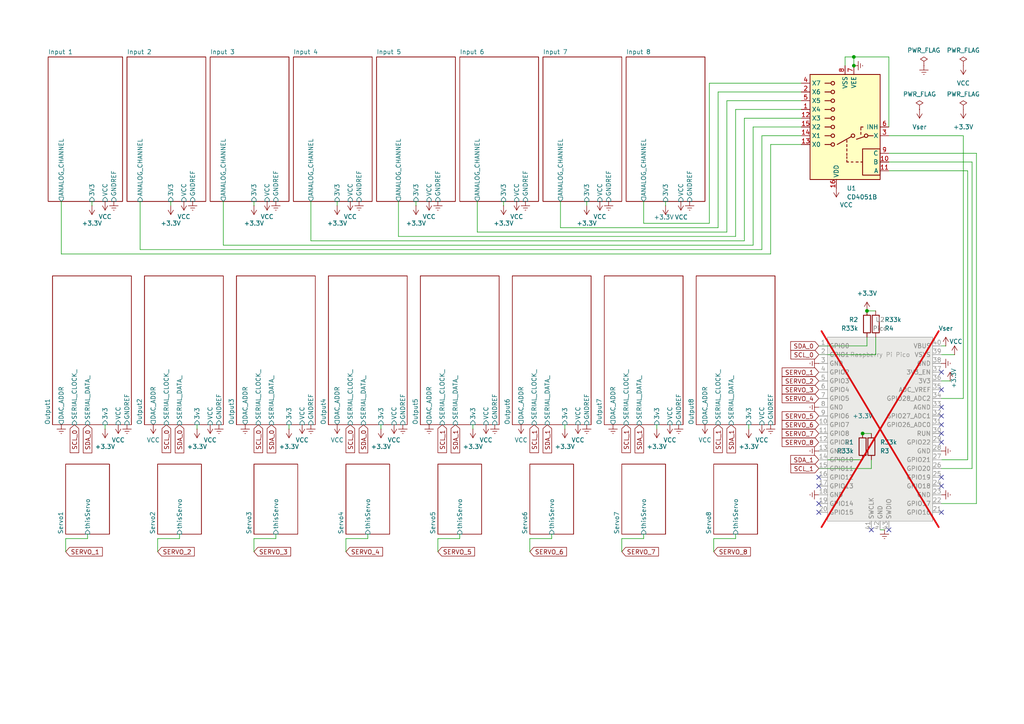
<source format=kicad_sch>
(kicad_sch (version 20250114) (generator "eeschema") (generator_version "9.0")
  (paper "A4")
  (lib_symbols
    (symbol "Analog_Switch:CD4051B"
      (property "Reference" "U" (at -10.16 16.51 0))
      (property "Value" "CD4051B" (at 3.81 16.51 0))
      (symbol "CD4051B_0_1"
        (rectangle (start -10.16 15.24) (end 10.16 -15.24) (stroke (width 0.254)) (fill (type background)))
        (rectangle (start -10.16 6.35) (end -5.08 13.97) (stroke (width 0.254)))
        (polyline (pts (xy -8.128 2.54) (xy -6.604 2.54)) (stroke (width 0.254)))
        (circle (center -6.096 2.54) (radius 0.508) (stroke (width 0.254)))
        (polyline (pts (xy -5.588 2.794) (xy -3.302 3.556)) (stroke (width 0.254)))
        (polyline (pts (xy -4.572 10.16) (xy -5.08 10.16)) (stroke (width 0.254)))
        (polyline (pts (xy -4.572 1.524) (xy -4.572 2.159)) (stroke (width 0.254)))
        (polyline (pts (xy -4.572 0.254) (xy -4.572 0.889)) (stroke (width 0.254)))
        (polyline (pts (xy -4.572 0) (xy -5.207 0)) (stroke (width 0.254)))
        (polyline (pts (xy -3.81 10.16) (xy -3.175 10.16)) (stroke (width 0.254)))
        (circle (center -2.286 2.54) (radius 0.508) (stroke (width 0.254)))
        (polyline (pts (xy -1.778 10.16) (xy -2.286 10.16)) (stroke (width 0.254)))
        (polyline (pts (xy -1.778 2.794) (xy 2.286 5.08)) (stroke (width 0.254)))
        (polyline (pts (xy -0.508 10.16) (xy -1.016 10.16)) (stroke (width 0.254)))
        (polyline (pts (xy -0.508 9.652) (xy -0.508 10.16)) (stroke (width 0.254)))
        (polyline (pts (xy -0.508 8.636) (xy -0.508 9.144)) (stroke (width 0.254)))
        (polyline (pts (xy -0.508 7.62) (xy -0.508 8.255)) (stroke (width 0.254)))
        (polyline (pts (xy -0.508 6.35) (xy -0.508 6.985)) (stroke (width 0.254)))
        (polyline (pts (xy -0.508 5.08) (xy -0.508 5.715)) (stroke (width 0.254)))
        (polyline (pts (xy -0.508 3.81) (xy -0.508 4.445)) (stroke (width 0.254)))
        (circle (center 3.556 5.08) (radius 0.508) (stroke (width 0.254)))
        (circle (center 3.556 2.54) (radius 0.508) (stroke (width 0.254)))
        (circle (center 3.556 0) (radius 0.508) (stroke (width 0.254)))
        (circle (center 3.556 -2.54) (radius 0.508) (stroke (width 0.254)))
        (circle (center 3.556 -5.08) (radius 0.508) (stroke (width 0.254)))
        (circle (center 3.556 -7.62) (radius 0.508) (stroke (width 0.254)))
        (circle (center 3.556 -10.16) (radius 0.508) (stroke (width 0.254)))
        (circle (center 3.556 -12.7) (radius 0.508) (stroke (width 0.254)))
        (polyline (pts (xy 4.064 5.08) (xy 5.842 5.08)) (stroke (width 0.254)))
        (polyline (pts (xy 4.064 2.54) (xy 5.842 2.54)) (stroke (width 0.254)))
        (polyline (pts (xy 4.064 0) (xy 5.842 0)) (stroke (width 0.254)))
        (polyline (pts (xy 4.064 -2.54) (xy 5.842 -2.54)) (stroke (width 0.254)))
        (polyline (pts (xy 4.064 -5.08) (xy 5.842 -5.08)) (stroke (width 0.254)))
        (polyline (pts (xy 4.064 -7.62) (xy 5.842 -7.62)) (stroke (width 0.254)))
        (polyline (pts (xy 4.064 -10.16) (xy 5.842 -10.16)) (stroke (width 0.254)))
        (polyline (pts (xy 4.064 -12.7) (xy 5.842 -12.7)) (stroke (width 0.254)))
      )
      (symbol "CD4051B_1_1"
        (pin input line (at -12.7 12.7 0) (length 2.54) (name "A") (number "11"))
        (pin input line (at -12.7 10.16 0) (length 2.54) (name "B") (number "10"))
        (pin input line (at -12.7 7.62 0) (length 2.54) (name "C") (number "9"))
        (pin bidirectional line (at -12.7 2.54 0) (length 2.54) (name "X") (number "3"))
        (pin input line (at -12.7 0 0) (length 2.54) (name "INH") (number "6"))
        (pin power_in line (at -2.54 -17.78 90) (length 2.54) (name "VEE") (number "7"))
        (pin power_in line (at 0 -17.78 90) (length 2.54) (name "VSS") (number "8"))
        (pin power_in line (at 2.54 17.78 270) (length 2.54) (name "VDD") (number "16"))
        (pin bidirectional line (at 12.7 5.08 180) (length 2.54) (name "X0") (number "13"))
        (pin bidirectional line (at 12.7 2.54 180) (length 2.54) (name "X1") (number "14"))
        (pin bidirectional line (at 12.7 0 180) (length 2.54) (name "X2") (number "15"))
        (pin bidirectional line (at 12.7 -2.54 180) (length 2.54) (name "X3") (number "12"))
        (pin bidirectional line (at 12.7 -5.08 180) (length 2.54) (name "X4") (number "1"))
        (pin bidirectional line (at 12.7 -7.62 180) (length 2.54) (name "X5") (number "5"))
        (pin bidirectional line (at 12.7 -10.16 180) (length 2.54) (name "X6") (number "2"))
        (pin bidirectional line (at 12.7 -12.7 180) (length 2.54) (name "X7") (number "4"))
      )
    )
    (symbol "Device:R" (pin_numbers (hide yes)) (pin_names (offset 0))
      (property "Reference" "R" (at 2.032 0 90))
      (property "Value" "R" (at 0 0 90))
      (symbol "R_0_1"
        (rectangle (start -1.016 -2.54) (end 1.016 2.54) (stroke (width 0.254)))
      )
      (symbol "R_1_1"
        (pin passive line (at 0 3.81 270) (length 1.27) (name "~") (number "1"))
        (pin passive line (at 0 -3.81 90) (length 1.27) (name "~") (number "2"))
      )
    )
    (symbol "MCU_RaspberryPi_and_Boards:Pico"
      (property "Reference" "U" (at -13.97 27.94 0))
      (property "Value" "Pico" (at 0 19.05 0))
      (symbol "Pico_0_0"
        (text "Raspberry Pi Pico" (at 0 21.59 0) (effects (font (size 1.27 1.27))))
      )
      (symbol "Pico_0_1"
        (rectangle (start -15.24 26.67) (end 15.24 -26.67) (fill (type background)))
      )
      (symbol "Pico_1_1"
        (pin bidirectional line (at -17.78 24.13 0) (length 2.54) (name "GPIO0") (number "1"))
        (pin bidirectional line (at -17.78 21.59 0) (length 2.54) (name "GPIO1") (number "2"))
        (pin power_in line (at -17.78 19.05 0) (length 2.54) (name "GND") (number "3"))
        (pin bidirectional line (at -17.78 16.51 0) (length 2.54) (name "GPIO2") (number "4"))
        (pin bidirectional line (at -17.78 13.97 0) (length 2.54) (name "GPIO3") (number "5"))
        (pin bidirectional line (at -17.78 11.43 0) (length 2.54) (name "GPIO4") (number "6"))
        (pin bidirectional line (at -17.78 8.89 0) (length 2.54) (name "GPIO5") (number "7"))
        (pin power_in line (at -17.78 6.35 0) (length 2.54) (name "GND") (number "8"))
        (pin bidirectional line (at -17.78 3.81 0) (length 2.54) (name "GPIO6") (number "9"))
        (pin bidirectional line (at -17.78 1.27 0) (length 2.54) (name "GPIO7") (number "10"))
        (pin bidirectional line (at -17.78 -1.27 0) (length 2.54) (name "GPIO8") (number "11"))
        (pin bidirectional line (at -17.78 -3.81 0) (length 2.54) (name "GPIO9") (number "12"))
        (pin power_in line (at -17.78 -6.35 0) (length 2.54) (name "GND") (number "13"))
        (pin bidirectional line (at -17.78 -8.89 0) (length 2.54) (name "GPIO10") (number "14"))
        (pin bidirectional line (at -17.78 -11.43 0) (length 2.54) (name "GPIO11") (number "15"))
        (pin bidirectional line (at -17.78 -13.97 0) (length 2.54) (name "GPIO12") (number "16"))
        (pin bidirectional line (at -17.78 -16.51 0) (length 2.54) (name "GPIO13") (number "17"))
        (pin power_in line (at -17.78 -19.05 0) (length 2.54) (name "GND") (number "18"))
        (pin bidirectional line (at -17.78 -21.59 0) (length 2.54) (name "GPIO14") (number "19"))
        (pin bidirectional line (at -17.78 -24.13 0) (length 2.54) (name "GPIO15") (number "20"))
        (pin input line (at -2.54 -29.21 90) (length 2.54) (name "SWCLK") (number "41"))
        (pin power_in line (at 0 -29.21 90) (length 2.54) (name "GND") (number "42"))
        (pin bidirectional line (at 2.54 -29.21 90) (length 2.54) (name "SWDIO") (number "43"))
        (pin power_in line (at 17.78 24.13 180) (length 2.54) (name "VBUS") (number "40"))
        (pin power_in line (at 17.78 21.59 180) (length 2.54) (name "VSYS") (number "39"))
        (pin bidirectional line (at 17.78 19.05 180) (length 2.54) (name "GND") (number "38"))
        (pin input line (at 17.78 16.51 180) (length 2.54) (name "3V3_EN") (number "37"))
        (pin power_in line (at 17.78 13.97 180) (length 2.54) (name "3V3") (number "36"))
        (pin power_in line (at 17.78 11.43 180) (length 2.54) (name "ADC_VREF") (number "35"))
        (pin bidirectional line (at 17.78 8.89 180) (length 2.54) (name "GPIO28_ADC2") (number "34"))
        (pin power_in line (at 17.78 6.35 180) (length 2.54) (name "AGND") (number "33"))
        (pin bidirectional line (at 17.78 3.81 180) (length 2.54) (name "GPIO27_ADC1") (number "32"))
        (pin bidirectional line (at 17.78 1.27 180) (length 2.54) (name "GPIO26_ADC0") (number "31"))
        (pin input line (at 17.78 -1.27 180) (length 2.54) (name "RUN") (number "30"))
        (pin bidirectional line (at 17.78 -3.81 180) (length 2.54) (name "GPIO22") (number "29"))
        (pin power_in line (at 17.78 -6.35 180) (length 2.54) (name "GND") (number "28"))
        (pin bidirectional line (at 17.78 -8.89 180) (length 2.54) (name "GPIO21") (number "27"))
        (pin bidirectional line (at 17.78 -11.43 180) (length 2.54) (name "GPIO20") (number "26"))
        (pin bidirectional line (at 17.78 -13.97 180) (length 2.54) (name "GPIO19") (number "25"))
        (pin bidirectional line (at 17.78 -16.51 180) (length 2.54) (name "GPIO18") (number "24"))
        (pin power_in line (at 17.78 -19.05 180) (length 2.54) (name "GND") (number "23"))
        (pin bidirectional line (at 17.78 -21.59 180) (length 2.54) (name "GPIO17") (number "22"))
        (pin bidirectional line (at 17.78 -24.13 180) (length 2.54) (name "GPIO16") (number "21"))
      )
    )
    (symbol "power:+3.3V" (power) (pin_numbers (hide yes)) (pin_names (offset 0) (hide yes))
      (property "Value" "+3.3V" (at 0 3.556 0))
      (symbol "+3.3V_0_1"
        (polyline (pts (xy -0.762 1.27) (xy 0 2.54)))
        (polyline (pts (xy 0 2.54) (xy 0.762 1.27)))
        (polyline (pts (xy 0 0) (xy 0 2.54)))
      )
      (symbol "+3.3V_1_1"
        (pin power_in line (at 0 0 90) (length 0) (name "~") (number "1"))
      )
    )
    (symbol "power:GNDREF" (power) (pin_numbers (hide yes)) (pin_names (offset 0) (hide yes))
      (property "Value" "GNDREF" (at 0 -3.81 0))
      (symbol "GNDREF_0_1"
        (polyline (pts (xy -0.635 -1.905) (xy 0.635 -1.905)))
        (polyline (pts (xy -0.127 -2.54) (xy 0.127 -2.54)))
        (polyline (pts (xy 0 -1.27) (xy 0 0)))
        (polyline (pts (xy 1.27 -1.27) (xy -1.27 -1.27)))
      )
      (symbol "GNDREF_1_1"
        (pin power_in line (at 0 0 270) (length 0) (name "~") (number "1"))
      )
    )
    (symbol "power:PWR_FLAG" (power) (pin_numbers (hide yes)) (pin_names (offset 0) (hide yes))
      (property "Value" "PWR_FLAG" (at 0 3.81 0))
      (symbol "PWR_FLAG_0_0"
        (pin power_out line (at 0 0 90) (length 0) (name "~") (number "1"))
      )
      (symbol "PWR_FLAG_0_1"
        (polyline (pts (xy 0 0) (xy 0 1.27) (xy -1.016 1.905) (xy 0 2.54) (xy 1.016 1.905) (xy 0 1.27)))
      )
    )
    (symbol "power:VCC" (power) (pin_numbers (hide yes)) (pin_names (offset 0) (hide yes))
      (property "Value" "VCC" (at 0 3.556 0))
      (symbol "VCC_0_1"
        (polyline (pts (xy -0.762 1.27) (xy 0 2.54)))
        (polyline (pts (xy 0 2.54) (xy 0.762 1.27)))
        (polyline (pts (xy 0 0) (xy 0 2.54)))
      )
      (symbol "VCC_1_1"
        (pin power_in line (at 0 0 90) (length 0) (name "~") (number "1"))
      )
    )
  )
  (junction (at 247.65 16.51))
  (junction (at 247.65 19.05))
  (junction (at 250.19 125.73))
  (junction (at 251.46 90.17))
  (no_connect (at 237.49 138.43))
  (no_connect (at 252.73 153.67))
  (no_connect (at 273.05 148.59))
  (no_connect (at 273.05 120.65))
  (no_connect (at 273.05 118.11))
  (no_connect (at 273.05 123.19))
  (no_connect (at 273.05 125.73))
  (no_connect (at 273.05 138.43))
  (no_connect (at 273.05 107.95))
  (no_connect (at 237.49 148.59))
  (no_connect (at 237.49 140.97))
  (no_connect (at 257.81 153.67))
  (no_connect (at 273.05 140.97))
  (no_connect (at 273.05 128.27))
  (no_connect (at 237.49 146.05))
  (no_connect (at 273.05 113.03))
  (wire (pts (xy 57.15 124.46) (xy 57.15 123.19)))
  (wire (pts (xy 106.68 156.21) (xy 106.68 154.94)))
  (wire (pts (xy 245.11 16.51) (xy 245.11 19.05)))
  (wire (pts (xy 257.81 46.99) (xy 281.94 46.99)))
  (wire (pts (xy 115.57 68.58) (xy 213.36 68.58)))
  (wire (pts (xy 163.83 124.46) (xy 163.83 123.19)))
  (wire (pts (xy 251.46 100.33) (xy 237.49 100.33)))
  (wire (pts (xy 40.64 58.42) (xy 40.64 72.39)))
  (wire (pts (xy 127 156.21) (xy 133.35 156.21)))
  (wire (pts (xy 254 102.87) (xy 237.49 102.87)))
  (wire (pts (xy 186.69 64.77) (xy 205.74 64.77)))
  (wire (pts (xy 254 97.79) (xy 254 102.87)))
  (wire (pts (xy 208.28 66.04) (xy 162.56 66.04)))
  (wire (pts (xy 232.41 31.75) (xy 213.36 31.75)))
  (wire (pts (xy 30.48 124.46) (xy 30.48 123.19)))
  (wire (pts (xy 255.27 153.67) (xy 256.54 153.67)))
  (wire (pts (xy 127 160.02) (xy 127 156.21)))
  (wire (pts (xy 213.36 31.75) (xy 213.36 68.58)))
  (wire (pts (xy 25.4 156.21) (xy 25.4 154.94)))
  (wire (pts (xy 180.34 160.02) (xy 180.34 156.21)))
  (wire (pts (xy 208.28 26.67) (xy 208.28 66.04)))
  (wire (pts (xy 115.57 58.42) (xy 115.57 68.58)))
  (wire (pts (xy 110.49 124.46) (xy 110.49 123.19)))
  (wire (pts (xy 133.35 156.21) (xy 133.35 154.94)))
  (wire (pts (xy 210.82 29.21) (xy 210.82 67.31)))
  (wire (pts (xy 245.11 16.51) (xy 247.65 16.51)))
  (wire (pts (xy 19.05 160.02) (xy 19.05 156.21)))
  (wire (pts (xy 257.81 49.53) (xy 280.67 49.53)))
  (wire (pts (xy 232.41 36.83) (xy 218.44 36.83)))
  (wire (pts (xy 281.94 46.99) (xy 281.94 135.89)))
  (wire (pts (xy 252.73 125.73) (xy 250.19 125.73)))
  (wire (pts (xy 49.53 59.69) (xy 49.53 58.42)))
  (wire (pts (xy 162.56 58.42) (xy 162.56 66.04)))
  (wire (pts (xy 137.16 124.46) (xy 137.16 123.19)))
  (wire (pts (xy 90.17 69.85) (xy 215.9 69.85)))
  (wire (pts (xy 223.52 41.91) (xy 223.52 73.66)))
  (wire (pts (xy 26.67 59.69) (xy 26.67 58.42)))
  (wire (pts (xy 19.05 156.21) (xy 25.4 156.21)))
  (wire (pts (xy 205.74 24.13) (xy 205.74 64.77)))
  (wire (pts (xy 251.46 97.79) (xy 251.46 100.33)))
  (wire (pts (xy 237.49 135.89) (xy 252.73 135.89)))
  (wire (pts (xy 160.02 154.94) (xy 160.02 156.21)))
  (wire (pts (xy 100.33 160.02) (xy 100.33 156.21)))
  (wire (pts (xy 273.05 102.87) (xy 276.86 102.87)))
  (wire (pts (xy 213.36 156.21) (xy 213.36 154.94)))
  (wire (pts (xy 83.82 124.46) (xy 83.82 123.19)))
  (wire (pts (xy 232.41 39.37) (xy 220.98 39.37)))
  (wire (pts (xy 283.21 44.45) (xy 283.21 146.05)))
  (wire (pts (xy 100.33 156.21) (xy 106.68 156.21)))
  (wire (pts (xy 232.41 26.67) (xy 208.28 26.67)))
  (wire (pts (xy 232.41 34.29) (xy 215.9 34.29)))
  (wire (pts (xy 80.01 156.21) (xy 80.01 154.94)))
  (wire (pts (xy 273.05 133.35) (xy 280.67 133.35)))
  (wire (pts (xy 252.73 135.89) (xy 252.73 133.35)))
  (wire (pts (xy 120.65 59.69) (xy 120.65 58.42)))
  (wire (pts (xy 138.43 58.42) (xy 138.43 67.31)))
  (wire (pts (xy 45.72 156.21) (xy 52.07 156.21)))
  (wire (pts (xy 73.66 156.21) (xy 80.01 156.21)))
  (wire (pts (xy 257.81 39.37) (xy 279.4 39.37)))
  (wire (pts (xy 186.69 58.42) (xy 186.69 64.77)))
  (wire (pts (xy 273.05 146.05) (xy 283.21 146.05)))
  (wire (pts (xy 215.9 34.29) (xy 215.9 69.85)))
  (wire (pts (xy 73.66 59.69) (xy 73.66 58.42)))
  (wire (pts (xy 45.72 160.02) (xy 45.72 156.21)))
  (wire (pts (xy 232.41 24.13) (xy 205.74 24.13)))
  (wire (pts (xy 218.44 36.83) (xy 218.44 71.12)))
  (wire (pts (xy 273.05 135.89) (xy 281.94 135.89)))
  (wire (pts (xy 153.67 156.21) (xy 160.02 156.21)))
  (wire (pts (xy 207.01 156.21) (xy 213.36 156.21)))
  (wire (pts (xy 186.69 156.21) (xy 186.69 154.94)))
  (wire (pts (xy 146.05 59.69) (xy 146.05 58.42)))
  (wire (pts (xy 232.41 41.91) (xy 223.52 41.91)))
  (wire (pts (xy 280.67 49.53) (xy 280.67 133.35)))
  (wire (pts (xy 273.05 110.49) (xy 275.59 110.49)))
  (wire (pts (xy 170.18 59.69) (xy 170.18 58.42)))
  (wire (pts (xy 153.67 160.02) (xy 153.67 156.21)))
  (wire (pts (xy 17.78 73.66) (xy 223.52 73.66)))
  (wire (pts (xy 257.81 44.45) (xy 283.21 44.45)))
  (wire (pts (xy 52.07 156.21) (xy 52.07 154.94)))
  (wire (pts (xy 90.17 58.42) (xy 90.17 69.85)))
  (wire (pts (xy 247.65 16.51) (xy 257.81 16.51)))
  (wire (pts (xy 251.46 90.17) (xy 254 90.17)))
  (wire (pts (xy 64.77 58.42) (xy 64.77 71.12)))
  (wire (pts (xy 220.98 39.37) (xy 220.98 72.39)))
  (wire (pts (xy 17.78 58.42) (xy 17.78 73.66)))
  (wire (pts (xy 274.32 100.33) (xy 273.05 100.33)))
  (wire (pts (xy 257.81 16.51) (xy 257.81 36.83)))
  (wire (pts (xy 193.04 59.69) (xy 193.04 58.42)))
  (wire (pts (xy 73.66 160.02) (xy 73.66 156.21)))
  (wire (pts (xy 64.77 71.12) (xy 218.44 71.12)))
  (wire (pts (xy 247.65 19.05) (xy 247.65 16.51)))
  (wire (pts (xy 97.79 59.69) (xy 97.79 58.42)))
  (wire (pts (xy 232.41 29.21) (xy 210.82 29.21)))
  (wire (pts (xy 180.34 156.21) (xy 186.69 156.21)))
  (wire (pts (xy 207.01 160.02) (xy 207.01 156.21)))
  (wire (pts (xy 279.4 39.37) (xy 279.4 115.57)))
  (wire (pts (xy 279.4 115.57) (xy 273.05 115.57)))
  (wire (pts (xy 237.49 133.35) (xy 250.19 133.35)))
  (wire (pts (xy 190.5 124.46) (xy 190.5 123.19)))
  (wire (pts (xy 217.17 124.46) (xy 217.17 123.19)))
  (wire (pts (xy 210.82 67.31) (xy 138.43 67.31)))
  (wire (pts (xy 40.64 72.39) (xy 220.98 72.39)))
  (global_label "SCL_1" (shape input) (at 154.94 123.19 270) (property "Intersheetrefs" "${INTERSHEET_REFS}" (effects (hide yes))))
  (global_label "SERVO_7" (shape input) (at 237.49 125.73 180) (property "Intersheetrefs" "${INTERSHEET_REFS}" (effects (hide yes))))
  (global_label "SDA_1" (shape input) (at 158.75 123.19 270) (property "Intersheetrefs" "${INTERSHEET_REFS}" (effects (hide yes))))
  (global_label "SERVO_2" (shape input) (at 45.72 160.02 0) (property "Intersheetrefs" "${INTERSHEET_REFS}" (effects (hide yes))))
  (global_label "SDA_0" (shape input) (at 25.4 123.19 270) (property "Intersheetrefs" "${INTERSHEET_REFS}" (effects (hide yes))))
  (global_label "SDA_0" (shape input) (at 105.41 123.19 270) (property "Intersheetrefs" "${INTERSHEET_REFS}" (effects (hide yes))))
  (global_label "SDA_1" (shape input) (at 132.08 123.19 270) (property "Intersheetrefs" "${INTERSHEET_REFS}" (effects (hide yes))))
  (global_label "SDA_1" (shape input) (at 237.49 133.35 180) (property "Intersheetrefs" "${INTERSHEET_REFS}" (effects (hide yes))))
  (global_label "SERVO_4" (shape input) (at 100.33 160.02 0) (property "Intersheetrefs" "${INTERSHEET_REFS}" (effects (hide yes))))
  (global_label "SERVO_1" (shape input) (at 237.49 107.95 180) (property "Intersheetrefs" "${INTERSHEET_REFS}" (effects (hide yes))))
  (global_label "SERVO_3" (shape input) (at 73.66 160.02 0) (property "Intersheetrefs" "${INTERSHEET_REFS}" (effects (hide yes))))
  (global_label "SERVO_1" (shape input) (at 19.05 160.02 0) (property "Intersheetrefs" "${INTERSHEET_REFS}" (effects (hide yes))))
  (global_label "SDA_0" (shape input) (at 78.74 123.19 270) (property "Intersheetrefs" "${INTERSHEET_REFS}" (effects (hide yes))))
  (global_label "SERVO_4" (shape input) (at 237.49 115.57 180) (property "Intersheetrefs" "${INTERSHEET_REFS}" (effects (hide yes))))
  (global_label "SCL_0" (shape input) (at 101.6 123.19 270) (property "Intersheetrefs" "${INTERSHEET_REFS}" (effects (hide yes))))
  (global_label "SERVO_8" (shape input) (at 237.49 128.27 180) (property "Intersheetrefs" "${INTERSHEET_REFS}" (effects (hide yes))))
  (global_label "SDA_1" (shape input) (at 212.09 123.19 270) (property "Intersheetrefs" "${INTERSHEET_REFS}" (effects (hide yes))))
  (global_label "SDA_1" (shape input) (at 185.42 123.19 270) (property "Intersheetrefs" "${INTERSHEET_REFS}" (effects (hide yes))))
  (global_label "SERVO_2" (shape input) (at 237.49 110.49 180) (property "Intersheetrefs" "${INTERSHEET_REFS}" (effects (hide yes))))
  (global_label "SERVO_8" (shape input) (at 207.01 160.02 0) (property "Intersheetrefs" "${INTERSHEET_REFS}" (effects (hide yes))))
  (global_label "SERVO_5" (shape input) (at 127 160.02 0) (property "Intersheetrefs" "${INTERSHEET_REFS}" (effects (hide yes))))
  (global_label "SERVO_5" (shape input) (at 237.49 120.65 180) (property "Intersheetrefs" "${INTERSHEET_REFS}" (effects (hide yes))))
  (global_label "SCL_0" (shape input) (at 21.59 123.19 270) (property "Intersheetrefs" "${INTERSHEET_REFS}" (effects (hide yes))))
  (global_label "SCL_0" (shape input) (at 237.49 102.87 180) (property "Intersheetrefs" "${INTERSHEET_REFS}" (effects (hide yes))))
  (global_label "SCL_1" (shape input) (at 208.28 123.19 270) (property "Intersheetrefs" "${INTERSHEET_REFS}" (effects (hide yes))))
  (global_label "SERVO_6" (shape input) (at 237.49 123.19 180) (property "Intersheetrefs" "${INTERSHEET_REFS}" (effects (hide yes))))
  (global_label "SDA_0" (shape input) (at 237.49 100.33 180) (property "Intersheetrefs" "${INTERSHEET_REFS}" (effects (hide yes))))
  (global_label "SERVO_7" (shape input) (at 180.34 160.02 0) (property "Intersheetrefs" "${INTERSHEET_REFS}" (effects (hide yes))))
  (global_label "SCL_0" (shape input) (at 48.26 123.19 270) (property "Intersheetrefs" "${INTERSHEET_REFS}" (effects (hide yes))))
  (global_label "SCL_0" (shape input) (at 74.93 123.19 270) (property "Intersheetrefs" "${INTERSHEET_REFS}" (effects (hide yes))))
  (global_label "SCL_1" (shape input) (at 128.27 123.19 270) (property "Intersheetrefs" "${INTERSHEET_REFS}" (effects (hide yes))))
  (global_label "SDA_0" (shape input) (at 52.07 123.19 270) (property "Intersheetrefs" "${INTERSHEET_REFS}" (effects (hide yes))))
  (global_label "SERVO_6" (shape input) (at 153.67 160.02 0) (property "Intersheetrefs" "${INTERSHEET_REFS}" (effects (hide yes))))
  (global_label "SCL_1" (shape input) (at 181.61 123.19 270) (property "Intersheetrefs" "${INTERSHEET_REFS}" (effects (hide yes))))
  (global_label "SCL_1" (shape input) (at 237.49 135.89 180) (property "Intersheetrefs" "${INTERSHEET_REFS}" (effects (hide yes))))
  (global_label "SERVO_3" (shape input) (at 237.49 113.03 180) (property "Intersheetrefs" "${INTERSHEET_REFS}" (effects (hide yes))))
  (symbol (lib_id "power:GNDREF") (at 17.78 123.19 0) (unit 1)
    (property "Reference" "#PWR01" (effects (hide yes)))
    (property "Value" "GNDREF" (effects (hide yes)))
    (property "Description" "Power symbol creates a global label with name \"GNDREF\" , reference supply ground" (effects (hide yes)))
  )
  (symbol (lib_id "power:+3.3V") (at 83.82 124.46 180) (unit 1)
    (property "Reference" "#PWR019" (effects (hide yes)))
    (property "Value" "+3.3V" (at 83.82 129.54 0))
    (property "Description" "Power symbol creates a global label with name \"+3.3V\"" (effects (hide yes)))
  )
  (symbol (lib_id "power:PWR_FLAG") (at 267.97 19.05 0) (unit 1)
    (property "Reference" "#FLG02" (effects (hide yes)))
    (property "Value" "PWR_FLAG" (at 267.97 14.605 0))
    (property "Description" "Special symbol for telling ERC where power comes from" (effects (hide yes)))
  )
  (symbol (lib_id "power:GNDREF") (at 200.025 58.42 0) (unit 1)
    (property "Reference" "#PWR052" (effects (hide yes)))
    (property "Value" "GNDREF" (effects (hide yes)))
    (property "Description" "Power symbol creates a global label with name \"GNDREF\" , reference supply ground" (effects (hide yes)))
  )
  (symbol (lib_id "power:GNDREF") (at 273.05 143.51 90) (unit 1)
    (property "Reference" "#PWR070" (effects (hide yes)))
    (property "Value" "GNDREF" (effects (hide yes)))
    (property "Description" "Power symbol creates a global label with name \"GNDREF\" , reference supply ground" (effects (hide yes)))
  )
  (symbol (lib_id "power:+3.3V") (at 190.5 124.46 180) (unit 1)
    (property "Reference" "#PWR047" (effects (hide yes)))
    (property "Value" "+3.3V" (at 190.5 129.54 0))
    (property "Description" "Power symbol creates a global label with name \"+3.3V\"" (effects (hide yes)))
  )
  (symbol (lib_id "Device:R") (at 254 93.98 0) (mirror x) (unit 1)
    (property "Reference" "R4" (at 256.54 95.2501 0) (effects (justify left)))
    (property "Value" "R33k" (at 256.54 92.7101 0) (effects (justify left)))
    (property "Footprint" "Resistor_SMD:R_0805_2012Metric" (effects (hide yes)))
    (property "Description" "Resistor" (effects (hide yes)))
  )
  (symbol (lib_id "power:+3.3V") (at 26.67 59.69 180) (unit 1)
    (property "Reference" "#PWR02" (effects (hide yes)))
    (property "Value" "+3.3V" (at 26.67 64.77 0))
    (property "Description" "Power symbol creates a global label with name \"+3.3V\"" (effects (hide yes)))
  )
  (symbol (lib_id "power:+3.3V") (at 170.18 59.69 180) (unit 1)
    (property "Reference" "#PWR042" (effects (hide yes)))
    (property "Value" "+3.3V" (at 170.18 64.77 0))
    (property "Description" "Power symbol creates a global label with name \"+3.3V\"" (effects (hide yes)))
  )
  (symbol (lib_id "power:PWR_FLAG") (at 279.4 19.05 0) (unit 1)
    (property "Reference" "#FLG03" (effects (hide yes)))
    (property "Value" "PWR_FLAG" (at 279.4 14.605 0))
    (property "Description" "Special symbol for telling ERC where power comes from" (effects (hide yes)))
  )
  (symbol (lib_id "power:GNDREF") (at 152.4 58.42 0) (unit 1)
    (property "Reference" "#PWR039" (effects (hide yes)))
    (property "Value" "GNDREF" (effects (hide yes)))
    (property "Description" "Power symbol creates a global label with name \"GNDREF\" , reference supply ground" (effects (hide yes)))
  )
  (symbol (lib_id "power:VCC") (at 97.79 123.19 180) (unit 1)
    (property "Reference" "#PWR023" (effects (hide yes)))
    (property "Value" "VCC" (at 97.79 127.635 0))
    (property "Description" "Power symbol creates a global label with name \"VCC\"" (effects (hide yes)))
  )
  (symbol (lib_id "power:VCC") (at 251.46 90.17 0) (unit 1)
    (property "Reference" "#PWR064" (effects (hide yes)))
    (property "Value" "+3.3V" (at 251.46 85.09 0))
    (property "Description" "Power symbol creates a global label with name \"VCC\"" (effects (hide yes)))
  )
  (symbol (lib_id "power:GNDREF") (at 63.5 123.19 0) (unit 1)
    (property "Reference" "#PWR014" (effects (hide yes)))
    (property "Value" "GNDREF" (effects (hide yes)))
    (property "Description" "Power symbol creates a global label with name \"GNDREF\" , reference supply ground" (effects (hide yes)))
  )
  (symbol (lib_id "power:+3.3V") (at 110.49 124.46 180) (unit 1)
    (property "Reference" "#PWR026" (effects (hide yes)))
    (property "Value" "+3.3V" (at 110.49 129.54 0))
    (property "Description" "Power symbol creates a global label with name \"+3.3V\"" (effects (hide yes)))
  )
  (symbol (lib_id "power:VCC") (at 60.96 123.19 180) (unit 1)
    (property "Reference" "#PWR013" (effects (hide yes)))
    (property "Value" "VCC" (at 60.96 127.635 0))
    (property "Description" "Power symbol creates a global label with name \"VCC\"" (effects (hide yes)))
  )
  (symbol (lib_id "Device:R") (at 250.19 129.54 0) (mirror y) (unit 1)
    (property "Reference" "R1" (at 247.65 128.2699 0) (effects (justify left)))
    (property "Value" "R33k" (at 247.65 130.8099 0) (effects (justify left)))
    (property "Footprint" "Resistor_SMD:R_0805_2012Metric" (effects (hide yes)))
    (property "Description" "Resistor" (effects (hide yes)))
  )
  (symbol (lib_id "Device:R") (at 251.46 93.98 0) (mirror y) (unit 1)
    (property "Reference" "R2" (at 248.92 92.7099 0) (effects (justify left)))
    (property "Value" "R33k" (at 248.92 95.2499 0) (effects (justify left)))
    (property "Footprint" "Resistor_SMD:R_0805_2012Metric" (effects (hide yes)))
    (property "Description" "Resistor" (effects (hide yes)))
  )
  (symbol (lib_id "power:VCC") (at 53.34 58.42 180) (unit 1)
    (property "Reference" "#PWR010" (effects (hide yes)))
    (property "Value" "VCC" (at 53.34 62.865 0))
    (property "Description" "Power symbol creates a global label with name \"VCC\"" (effects (hide yes)))
  )
  (symbol (lib_id "power:GNDREF") (at 170.18 123.19 0) (unit 1)
    (property "Reference" "#PWR043" (effects (hide yes)))
    (property "Value" "GNDREF" (effects (hide yes)))
    (property "Description" "Power symbol creates a global label with name \"GNDREF\" , reference supply ground" (effects (hide yes)))
  )
  (symbol (lib_id "power:PWR_FLAG") (at 266.7 31.75 0) (unit 1)
    (property "Reference" "#FLG01" (effects (hide yes)))
    (property "Value" "PWR_FLAG" (at 266.7 27.305 0))
    (property "Description" "Special symbol for telling ERC where power comes from" (effects (hide yes)))
  )
  (symbol (lib_id "power:VCC") (at 197.485 58.42 180) (unit 1)
    (property "Reference" "#PWR051" (effects (hide yes)))
    (property "Value" "VCC" (at 197.612 62.992 0))
    (property "Description" "Power symbol creates a global label with name \"VCC\"" (effects (hide yes)))
  )
  (symbol (lib_id "power:GNDREF") (at 223.52 123.19 0) (unit 1)
    (property "Reference" "#PWR056" (effects (hide yes)))
    (property "Value" "GNDREF" (effects (hide yes)))
    (property "Description" "Power symbol creates a global label with name \"GNDREF\" , reference supply ground" (effects (hide yes)))
  )
  (symbol (lib_id "power:GNDREF") (at 237.49 143.51 270) (unit 1)
    (property "Reference" "#PWR060" (effects (hide yes)))
    (property "Value" "GNDREF" (effects (hide yes)))
    (property "Description" "Power symbol creates a global label with name \"GNDREF\" , reference supply ground" (effects (hide yes)))
  )
  (symbol (lib_id "power:GNDREF") (at 143.51 123.19 0) (unit 1)
    (property "Reference" "#PWR035" (effects (hide yes)))
    (property "Value" "GNDREF" (effects (hide yes)))
    (property "Description" "Power symbol creates a global label with name \"GNDREF\" , reference supply ground" (effects (hide yes)))
  )
  (symbol (lib_id "power:VCC") (at 279.4 19.05 180) (unit 1)
    (property "Reference" "#PWR074" (effects (hide yes)))
    (property "Value" "VCC" (at 279.4 24.13 0))
    (property "Description" "Power symbol creates a global label with name \"VCC\"" (effects (hide yes)))
  )
  (symbol (lib_id "power:VCC") (at 101.6 58.42 180) (unit 1)
    (property "Reference" "#PWR024" (effects (hide yes)))
    (property "Value" "VCC" (at 101.6 62.865 0))
    (property "Description" "Power symbol creates a global label with name \"VCC\"" (effects (hide yes)))
  )
  (symbol (lib_id "power:VCC") (at 30.48 58.42 180) (unit 1)
    (property "Reference" "#PWR03" (effects (hide yes)))
    (property "Value" "VCC" (at 30.48 62.865 0))
    (property "Description" "Power symbol creates a global label with name \"VCC\"" (effects (hide yes)))
  )
  (symbol (lib_id "power:GNDREF") (at 33.02 58.42 0) (unit 1)
    (property "Reference" "#PWR05" (effects (hide yes)))
    (property "Value" "GNDREF" (effects (hide yes)))
    (property "Description" "Power symbol creates a global label with name \"GNDREF\" , reference supply ground" (effects (hide yes)))
  )
  (symbol (lib_id "power:VCC") (at 274.32 100.33 0) (unit 1)
    (property "Reference" "#PWR071" (effects (hide yes)))
    (property "Value" "Vser" (at 274.32 95.25 0))
    (property "Description" "Vser" (effects (hide yes)))
  )
  (symbol (lib_id "power:GNDREF") (at 124.46 123.19 0) (unit 1)
    (property "Reference" "#PWR031" (effects (hide yes)))
    (property "Value" "GNDREF" (effects (hide yes)))
    (property "Description" "Power symbol creates a global label with name \"GNDREF\" , reference supply ground" (effects (hide yes)))
  )
  (symbol (lib_id "power:VCC") (at 266.7 31.75 180) (unit 1)
    (property "Reference" "#PWR066" (effects (hide yes)))
    (property "Value" "Vser" (at 266.7 36.83 0))
    (property "Description" "Vser" (effects (hide yes)))
  )
  (symbol (lib_id "power:GNDREF") (at 90.17 123.19 0) (unit 1)
    (property "Reference" "#PWR021" (effects (hide yes)))
    (property "Value" "GNDREF" (effects (hide yes)))
    (property "Description" "Power symbol creates a global label with name \"GNDREF\" , reference supply ground" (effects (hide yes)))
  )
  (symbol (lib_id "power:VCC") (at 34.29 123.19 180) (unit 1)
    (property "Reference" "#PWR06" (effects (hide yes)))
    (property "Value" "VCC" (at 34.29 127.635 0))
    (property "Description" "Power symbol creates a global label with name \"VCC\"" (effects (hide yes)))
  )
  (symbol (lib_id "power:VCC") (at 124.46 58.42 180) (unit 1)
    (property "Reference" "#PWR030" (effects (hide yes)))
    (property "Value" "VCC" (at 124.46 62.865 0))
    (property "Description" "Power symbol creates a global label with name \"VCC\"" (effects (hide yes)))
  )
  (symbol (lib_id "MCU_RaspberryPi_and_Boards:Pico") (at 255.27 124.46 0) (unit 1) (dnp yes)
    (property "Reference" "U2" (at 255.27 92.71 0))
    (property "Value" "Pico" (at 255.27 95.25 0))
    (property "Footprint" "MCU_RaspberryPi_and_Boards:RPi_Pico_SMD_TH" (effects (hide yes)))
  )
  (symbol (lib_id "power:GNDREF") (at 104.14 58.42 0) (unit 1)
    (property "Reference" "#PWR025" (effects (hide yes)))
    (property "Value" "GNDREF" (effects (hide yes)))
    (property "Description" "Power symbol creates a global label with name \"GNDREF\" , reference supply ground" (effects (hide yes)))
  )
  (symbol (lib_id "power:GNDREF") (at 176.53 58.42 0) (unit 1)
    (property "Reference" "#PWR045" (effects (hide yes)))
    (property "Value" "GNDREF" (effects (hide yes)))
    (property "Description" "Power symbol creates a global label with name \"GNDREF\" , reference supply ground" (effects (hide yes)))
  )
  (symbol (lib_id "power:VCC") (at 149.86 58.42 180) (unit 1)
    (property "Reference" "#PWR037" (effects (hide yes)))
    (property "Value" "VCC" (at 149.86 62.865 0))
    (property "Description" "Power symbol creates a global label with name \"VCC\"" (effects (hide yes)))
  )
  (symbol (lib_id "power:+3.3V") (at 193.04 59.69 180) (unit 1)
    (property "Reference" "#PWR048" (effects (hide yes)))
    (property "Value" "+3.3V" (at 192.532 62.992 0))
    (property "Description" "Power symbol creates a global label with name \"+3.3V\"" (effects (hide yes)))
  )
  (symbol (lib_id "power:GNDREF") (at 237.49 118.11 270) (unit 1)
    (property "Reference" "#PWR058" (effects (hide yes)))
    (property "Value" "GNDREF" (effects (hide yes)))
    (property "Description" "Power symbol creates a global label with name \"GNDREF\" , reference supply ground" (effects (hide yes)))
  )
  (symbol (lib_id "power:GNDREF") (at 273.05 105.41 90) (unit 1)
    (property "Reference" "#PWR068" (effects (hide yes)))
    (property "Value" "GNDREF" (effects (hide yes)))
    (property "Description" "Power symbol creates a global label with name \"GNDREF\" , reference supply ground" (effects (hide yes)))
  )
  (symbol (lib_id "power:+3.3V") (at 217.17 124.46 180) (unit 1)
    (property "Reference" "#PWR054" (effects (hide yes)))
    (property "Value" "+3.3V" (at 217.17 129.54 0))
    (property "Description" "Power symbol creates a global label with name \"+3.3V\"" (effects (hide yes)))
  )
  (symbol (lib_id "power:GNDREF") (at 237.49 105.41 270) (unit 1)
    (property "Reference" "#PWR057" (effects (hide yes)))
    (property "Value" "GNDREF" (effects (hide yes)))
    (property "Description" "Power symbol creates a global label with name \"GNDREF\" , reference supply ground" (effects (hide yes)))
  )
  (symbol (lib_id "power:VCC") (at 167.64 123.19 180) (unit 1)
    (property "Reference" "#PWR041" (effects (hide yes)))
    (property "Value" "VCC" (at 167.64 127.635 0))
    (property "Description" "Power symbol creates a global label with name \"VCC\"" (effects (hide yes)))
  )
  (symbol (lib_id "power:+3.3V") (at 73.66 59.69 180) (unit 1)
    (property "Reference" "#PWR016" (effects (hide yes)))
    (property "Value" "+3.3V" (at 73.66 64.77 0))
    (property "Description" "Power symbol creates a global label with name \"+3.3V\"" (effects (hide yes)))
  )
  (symbol (lib_id "power:VCC") (at 44.45 123.19 180) (unit 1)
    (property "Reference" "#PWR08" (effects (hide yes)))
    (property "Value" "VCC" (at 44.45 127.635 0))
    (property "Description" "Power symbol creates a global label with name \"VCC\"" (effects (hide yes)))
  )
  (symbol (lib_id "power:VCC") (at 140.97 123.19 180) (unit 1)
    (property "Reference" "#PWR034" (effects (hide yes)))
    (property "Value" "VCC" (at 140.97 127.635 0))
    (property "Description" "Power symbol creates a global label with name \"VCC\"" (effects (hide yes)))
  )
  (symbol (lib_id "power:VCC") (at 114.3 123.19 180) (unit 1)
    (property "Reference" "#PWR027" (effects (hide yes)))
    (property "Value" "VCC" (at 114.3 127.635 0))
    (property "Description" "Power symbol creates a global label with name \"VCC\"" (effects (hide yes)))
  )
  (symbol (lib_id "power:GNDREF") (at 196.85 123.19 0) (unit 1)
    (property "Reference" "#PWR050" (effects (hide yes)))
    (property "Value" "GNDREF" (effects (hide yes)))
    (property "Description" "Power symbol creates a global label with name \"GNDREF\" , reference supply ground" (effects (hide yes)))
  )
  (symbol (lib_id "power:+3.3V") (at 120.65 59.69 180) (unit 1)
    (property "Reference" "#PWR029" (effects (hide yes)))
    (property "Value" "+3.3V" (at 120.65 64.77 0))
    (property "Description" "Power symbol creates a global label with name \"+3.3V\"" (effects (hide yes)))
  )
  (symbol (lib_id "power:VCC") (at 194.31 123.19 180) (unit 1)
    (property "Reference" "#PWR049" (effects (hide yes)))
    (property "Value" "VCC" (at 194.31 127.635 0))
    (property "Description" "Power symbol creates a global label with name \"VCC\"" (effects (hide yes)))
  )
  (symbol (lib_id "power:+3.3V") (at 146.05 59.69 180) (unit 1)
    (property "Reference" "#PWR036" (effects (hide yes)))
    (property "Value" "+3.3V" (at 146.05 64.77 0))
    (property "Description" "Power symbol creates a global label with name \"+3.3V\"" (effects (hide yes)))
  )
  (symbol (lib_id "power:GNDREF") (at 55.88 58.42 0) (unit 1)
    (property "Reference" "#PWR011" (effects (hide yes)))
    (property "Value" "GNDREF" (effects (hide yes)))
    (property "Description" "Power symbol creates a global label with name \"GNDREF\" , reference supply ground" (effects (hide yes)))
  )
  (symbol (lib_id "power:GNDREF") (at 273.05 130.81 90) (unit 1)
    (property "Reference" "#PWR069" (effects (hide yes)))
    (property "Value" "GNDREF" (effects (hide yes)))
    (property "Description" "Power symbol creates a global label with name \"GNDREF\" , reference supply ground" (effects (hide yes)))
  )
  (symbol (lib_id "power:GNDREF") (at 237.49 130.81 270) (unit 1)
    (property "Reference" "#PWR059" (effects (hide yes)))
    (property "Value" "GNDREF" (effects (hide yes)))
    (property "Description" "Power symbol creates a global label with name \"GNDREF\" , reference supply ground" (effects (hide yes)))
  )
  (symbol (lib_id "power:+3.3V") (at 97.79 59.69 180) (unit 1)
    (property "Reference" "#PWR022" (effects (hide yes)))
    (property "Value" "+3.3V" (at 97.79 64.77 0))
    (property "Description" "Power symbol creates a global label with name \"+3.3V\"" (effects (hide yes)))
  )
  (symbol (lib_id "power:+3.3V") (at 275.59 110.49 0) (unit 1)
    (property "Reference" "#PWR072" (effects (hide yes)))
    (property "Value" "+3.3V" (at 276.606 109.728 90))
    (property "Description" "Power symbol creates a global label with name \"+3.3V\"" (effects (hide yes)))
  )
  (symbol (lib_id "power:+3.3V") (at 137.16 124.46 180) (unit 1)
    (property "Reference" "#PWR033" (effects (hide yes)))
    (property "Value" "+3.3V" (at 137.16 129.54 0))
    (property "Description" "Power symbol creates a global label with name \"+3.3V\"" (effects (hide yes)))
  )
  (symbol (lib_id "power:+3.3V") (at 163.83 124.46 180) (unit 1)
    (property "Reference" "#PWR040" (effects (hide yes)))
    (property "Value" "+3.3V" (at 163.83 129.54 0))
    (property "Description" "Power symbol creates a global label with name \"+3.3V\"" (effects (hide yes)))
  )
  (symbol (lib_id "power:GNDREF") (at 247.65 19.05 90) (unit 1)
    (property "Reference" "#PWR062" (effects (hide yes)))
    (property "Value" "GNDREF" (effects (hide yes)))
    (property "Description" "Power symbol creates a global label with name \"GNDREF\" , reference supply ground" (effects (hide yes)))
  )
  (symbol (lib_id "power:VCC") (at 242.57 54.61 180) (unit 1)
    (property "Reference" "#PWR061" (effects (hide yes)))
    (property "Value" "VCC" (at 247.396 59.436 0) (effects (justify left)))
    (property "Description" "Power symbol creates a global label with name \"VCC\"" (effects (hide yes)))
  )
  (symbol (lib_id "power:+3.3V") (at 57.15 124.46 180) (unit 1)
    (property "Reference" "#PWR012" (effects (hide yes)))
    (property "Value" "+3.3V" (at 57.15 129.54 0))
    (property "Description" "Power symbol creates a global label with name \"+3.3V\"" (effects (hide yes)))
  )
  (symbol (lib_id "power:+3.3V") (at 30.48 124.46 180) (unit 1)
    (property "Reference" "#PWR04" (effects (hide yes)))
    (property "Value" "+3.3V" (at 30.48 129.54 0))
    (property "Description" "Power symbol creates a global label with name \"+3.3V\"" (effects (hide yes)))
  )
  (symbol (lib_id "power:VCC") (at 276.86 102.87 0) (unit 1)
    (property "Reference" "#PWR073" (effects (hide yes)))
    (property "Value" "VCC" (at 275.336 99.06 0) (effects (justify left)))
    (property "Description" "Power symbol creates a global label with name \"VCC\"" (effects (hide yes)))
  )
  (symbol (lib_id "power:VCC") (at 204.47 123.19 180) (unit 1)
    (property "Reference" "#PWR053" (effects (hide yes)))
    (property "Value" "VCC" (at 204.47 127.635 0))
    (property "Description" "Power symbol creates a global label with name \"VCC\"" (effects (hide yes)))
  )
  (symbol (lib_id "power:VCC") (at 77.47 58.42 180) (unit 1)
    (property "Reference" "#PWR017" (effects (hide yes)))
    (property "Value" "VCC" (at 77.47 62.865 0))
    (property "Description" "Power symbol creates a global label with name \"VCC\"" (effects (hide yes)))
  )
  (symbol (lib_id "power:VCC") (at 151.13 123.19 180) (unit 1)
    (property "Reference" "#PWR038" (effects (hide yes)))
    (property "Value" "VCC" (at 151.13 127.635 0))
    (property "Description" "Power symbol creates a global label with name \"VCC\"" (effects (hide yes)))
  )
  (symbol (lib_id "power:GNDREF") (at 177.8 123.19 0) (unit 1)
    (property "Reference" "#PWR046" (effects (hide yes)))
    (property "Value" "GNDREF" (effects (hide yes)))
    (property "Description" "Power symbol creates a global label with name \"GNDREF\" , reference supply ground" (effects (hide yes)))
  )
  (symbol (lib_id "power:VCC") (at 250.19 125.73 0) (unit 1)
    (property "Reference" "#PWR063" (effects (hide yes)))
    (property "Value" "+3.3V" (at 250.19 120.65 0))
    (property "Description" "Power symbol creates a global label with name \"VCC\"" (effects (hide yes)))
  )
  (symbol (lib_id "power:GNDREF") (at 36.83 123.19 0) (unit 1)
    (property "Reference" "#PWR07" (effects (hide yes)))
    (property "Value" "GNDREF" (effects (hide yes)))
    (property "Description" "Power symbol creates a global label with name \"GNDREF\" , reference supply ground" (effects (hide yes)))
  )
  (symbol (lib_id "power:GNDREF") (at 80.01 58.42 0) (unit 1)
    (property "Reference" "#PWR018" (effects (hide yes)))
    (property "Value" "GNDREF" (effects (hide yes)))
    (property "Description" "Power symbol creates a global label with name \"GNDREF\" , reference supply ground" (effects (hide yes)))
  )
  (symbol (lib_id "power:VCC") (at 87.63 123.19 180) (unit 1)
    (property "Reference" "#PWR020" (effects (hide yes)))
    (property "Value" "VCC" (at 87.63 127.635 0))
    (property "Description" "Power symbol creates a global label with name \"VCC\"" (effects (hide yes)))
  )
  (symbol (lib_id "power:VCC") (at 173.99 58.42 180) (unit 1)
    (property "Reference" "#PWR044" (effects (hide yes)))
    (property "Value" "VCC" (at 173.99 62.865 0))
    (property "Description" "Power symbol creates a global label with name \"VCC\"" (effects (hide yes)))
  )
  (symbol (lib_id "power:VCC") (at 220.98 123.19 180) (unit 1)
    (property "Reference" "#PWR055" (effects (hide yes)))
    (property "Value" "VCC" (at 220.98 127.635 0))
    (property "Description" "Power symbol creates a global label with name \"VCC\"" (effects (hide yes)))
  )
  (symbol (lib_id "Device:R") (at 252.73 129.54 0) (mirror x) (unit 1)
    (property "Reference" "R3" (at 255.27 130.8101 0) (effects (justify left)))
    (property "Value" "R33k" (at 255.27 128.2701 0) (effects (justify left)))
    (property "Footprint" "Resistor_SMD:R_0805_2012Metric" (effects (hide yes)))
    (property "Description" "Resistor" (effects (hide yes)))
  )
  (symbol (lib_id "power:GNDREF") (at 71.12 123.19 0) (unit 1)
    (property "Reference" "#PWR015" (effects (hide yes)))
    (property "Value" "GNDREF" (effects (hide yes)))
    (property "Description" "Power symbol creates a global label with name \"GNDREF\" , reference supply ground" (effects (hide yes)))
  )
  (symbol (lib_id "power:VCC") (at 279.4 31.75 180) (unit 1)
    (property "Reference" "#PWR075" (effects (hide yes)))
    (property "Value" "+3.3V" (at 279.4 36.83 0))
    (property "Description" "Power symbol creates a global label with name \"VCC\"" (effects (hide yes)))
  )
  (symbol (lib_id "power:GNDREF") (at 256.54 153.67 0) (unit 1)
    (property "Reference" "#PWR065" (effects (hide yes)))
    (property "Value" "GNDREF" (effects (hide yes)))
    (property "Description" "Power symbol creates a global label with name \"GNDREF\" , reference supply ground" (effects (hide yes)))
  )
  (symbol (lib_id "power:GNDREF") (at 267.97 19.05 0) (unit 1)
    (property "Reference" "#PWR067" (effects (hide yes)))
    (property "Value" "GNDREF" (effects (hide yes)))
    (property "Description" "Power symbol creates a global label with name \"GNDREF\" , reference supply ground" (effects (hide yes)))
  )
  (symbol (lib_id "power:PWR_FLAG") (at 279.4 31.75 0) (unit 1)
    (property "Reference" "#FLG04" (effects (hide yes)))
    (property "Value" "PWR_FLAG" (at 279.4 27.305 0))
    (property "Description" "Special symbol for telling ERC where power comes from" (effects (hide yes)))
  )
  (symbol (lib_id "Analog_Switch:CD4051B") (at 245.11 36.83 180) (unit 1)
    (property "Reference" "U1" (at 245.5865 54.61 0) (effects (justify right)))
    (property "Value" "CD4051B" (at 245.5865 57.15 0) (effects (justify right)))
    (property "Footprint" "Package_SO:SOIC-16_3.9x9.9mm_P1.27mm" (effects (hide yes)))
    (property "Datasheet" "http://www.ti.com/lit/ds/symlink/cd4052b.pdf" (effects (hide yes)))
    (property "Description" "CMOS single 8-channel analog multiplexer demultiplexer, TSSOP-16/DIP-16/SOIC-16" (effects (hide yes)))
  )
  (symbol (lib_id "power:GNDREF") (at 127 58.42 0) (unit 1)
    (property "Reference" "#PWR032" (effects (hide yes)))
    (property "Value" "GNDREF" (effects (hide yes)))
    (property "Description" "Power symbol creates a global label with name \"GNDREF\" , reference supply ground" (effects (hide yes)))
  )
  (symbol (lib_id "power:GNDREF") (at 116.84 123.19 0) (unit 1)
    (property "Reference" "#PWR028" (effects (hide yes)))
    (property "Value" "GNDREF" (effects (hide yes)))
    (property "Description" "Power symbol creates a global label with name \"GNDREF\" , reference supply ground" (effects (hide yes)))
  )
  (symbol (lib_id "power:+3.3V") (at 49.53 59.69 180) (unit 1)
    (property "Reference" "#PWR09" (effects (hide yes)))
    (property "Value" "+3.3V" (at 49.53 64.77 0))
    (property "Description" "Power symbol creates a global label with name \"+3.3V\"" (effects (hide yes)))
  )
  (sheet (at 68.58 80.01) (size 22.86 43.18) (stroke (width 0.1524))
    (property "Sheetname" "Output3" (at 67.8684 123.19 90) (effects (justify left bottom)))
    (property "Sheetfile" "../Oblique Palette 0.5.1 PCB Output/Oblique Palette 0.5.1 PCB Output.kicad_sch" (effects (hide yes)))
    (pin "SERIAL_CLOCK_" input (at 74.93 123.19 270))
    (pin "SERIAL_DATA_" input (at 78.74 123.19 270))
    (pin "VCC" input (at 87.63 123.19 270))
    (pin "GNDREF" input (at 90.17 123.19 270))
    (pin "3v3" input (at 83.82 123.19 270))
    (pin "DAC_ADDR" output (at 71.12 123.19 270))
  )
  (sheet (at 85.09 16.51) (size 22.86 41.91) (stroke (width 0.1524))
    (property "Sheetname" "Input 4" (at 85.09 15.7984 0) (effects (justify left bottom)))
    (property "Sheetfile" "../Oblique Palette 0.5.1 PCB Input/Oblique Palette 0.5.1 PCB Input.kicad_sch" (effects (hide yes)))
    (pin "ANALOG_CHANNEL" output (at 90.17 58.42 270))
    (pin "VCC" input (at 101.6 58.42 270))
    (pin "GNDREF" input (at 104.14 58.42 270))
    (pin "3V3" input (at 97.79 58.42 270))
  )
  (sheet (at 19.05 134.62) (size 12.7 20.32) (stroke (width 0.1524))
    (property "Sheetname" "Servo1" (at 18.3384 154.94 90) (effects (justify left bottom)))
    (property "Sheetfile" "servoOut.kicad_sch" (effects (hide yes)))
    (pin "thisServo" input (at 25.4 154.94 270))
  )
  (sheet (at 180.34 134.62) (size 12.7 20.32) (stroke (width 0.1524))
    (property "Sheetname" "Servo7" (at 179.6284 154.94 90) (effects (justify left bottom)))
    (property "Sheetfile" "servoOut.kicad_sch" (effects (hide yes)))
    (pin "thisServo" input (at 186.69 154.94 270))
  )
  (sheet (at 207.01 134.62) (size 12.7 20.32) (stroke (width 0.1524))
    (property "Sheetname" "Servo8" (at 206.2984 154.94 90) (effects (justify left bottom)))
    (property "Sheetfile" "servoOut.kicad_sch" (effects (hide yes)))
    (pin "thisServo" input (at 213.36 154.94 270))
  )
  (sheet (at 175.26 80.01) (size 22.86 43.18) (stroke (width 0.1524))
    (property "Sheetname" "Output7" (at 174.5484 123.19 90) (effects (justify left bottom)))
    (property "Sheetfile" "../Oblique Palette 0.5.1 PCB Output/Oblique Palette 0.5.1 PCB Output.kicad_sch" (effects (hide yes)))
    (pin "SERIAL_CLOCK_" input (at 181.61 123.19 270))
    (pin "SERIAL_DATA_" input (at 185.42 123.19 270))
    (pin "VCC" input (at 194.31 123.19 270))
    (pin "GNDREF" input (at 196.85 123.19 270))
    (pin "3v3" input (at 190.5 123.19 270))
    (pin "DAC_ADDR" output (at 177.8 123.19 270))
  )
  (sheet (at 127 134.62) (size 12.7 20.32) (stroke (width 0.1524))
    (property "Sheetname" "Servo5" (at 126.2884 154.94 90) (effects (justify left bottom)))
    (property "Sheetfile" "servoOut.kicad_sch" (effects (hide yes)))
    (pin "thisServo" input (at 133.35 154.94 270))
  )
  (sheet (at 36.83 16.51) (size 22.86 41.91) (stroke (width 0.1524))
    (property "Sheetname" "Input 2" (at 36.83 15.7984 0) (effects (justify left bottom)))
    (property "Sheetfile" "../Oblique Palette 0.5.1 PCB Input/Oblique Palette 0.5.1 PCB Input.kicad_sch" (effects (hide yes)))
    (pin "ANALOG_CHANNEL" input (at 40.64 58.42 270))
    (pin "VCC" input (at 53.34 58.42 270))
    (pin "GNDREF" input (at 55.88 58.42 270))
    (pin "3V3" input (at 49.53 58.42 270))
  )
  (sheet (at 121.92 80.01) (size 22.86 43.18) (stroke (width 0.1524))
    (property "Sheetname" "Output5" (at 121.2084 123.19 90) (effects (justify left bottom)))
    (property "Sheetfile" "../Oblique Palette 0.5.1 PCB Output/Oblique Palette 0.5.1 PCB Output.kicad_sch" (effects (hide yes)))
    (pin "SERIAL_CLOCK_" input (at 128.27 123.19 270))
    (pin "SERIAL_DATA_" input (at 132.08 123.19 270))
    (pin "VCC" input (at 140.97 123.19 270))
    (pin "GNDREF" input (at 143.51 123.19 270))
    (pin "3v3" input (at 137.16 123.19 270))
    (pin "DAC_ADDR" output (at 124.46 123.19 270))
  )
  (sheet (at 95.25 80.01) (size 22.86 43.18) (stroke (width 0.1524))
    (property "Sheetname" "Output4" (at 94.5384 123.19 90) (effects (justify left bottom)))
    (property "Sheetfile" "../Oblique Palette 0.5.1 PCB Output/Oblique Palette 0.5.1 PCB Output.kicad_sch" (effects (hide yes)))
    (pin "SERIAL_CLOCK_" input (at 101.6 123.19 270))
    (pin "SERIAL_DATA_" input (at 105.41 123.19 270))
    (pin "VCC" input (at 114.3 123.19 270))
    (pin "GNDREF" input (at 116.84 123.19 270))
    (pin "3v3" input (at 110.49 123.19 270))
    (pin "DAC_ADDR" output (at 97.79 123.19 270))
  )
  (sheet (at 181.61 16.51) (size 22.86 41.91) (stroke (width 0.1524))
    (property "Sheetname" "Input 8" (at 181.61 15.7984 0) (effects (justify left bottom)))
    (property "Sheetfile" "../Oblique Palette 0.5.1 PCB Input/Oblique Palette 0.5.1 PCB Input.kicad_sch" (effects (hide yes)))
    (pin "ANALOG_CHANNEL" output (at 186.69 58.42 270))
    (pin "VCC" input (at 197.485 58.42 270))
    (pin "GNDREF" input (at 200.025 58.42 270))
    (pin "3V3" input (at 193.04 58.42 270))
  )
  (sheet (at 100.33 134.62) (size 12.7 20.32) (stroke (width 0.1524))
    (property "Sheetname" "Servo4" (at 99.6184 154.94 90) (effects (justify left bottom)))
    (property "Sheetfile" "servoOut.kicad_sch" (effects (hide yes)))
    (pin "thisServo" input (at 106.68 154.94 270))
  )
  (sheet (at 45.72 134.62) (size 12.7 20.32) (stroke (width 0.1524))
    (property "Sheetname" "Servo2" (at 45.0084 154.94 90) (effects (justify left bottom)))
    (property "Sheetfile" "servoOut.kicad_sch" (effects (hide yes)))
    (pin "thisServo" input (at 52.07 154.94 270))
  )
  (sheet (at 15.24 80.01) (size 22.86 43.18) (stroke (width 0.1524))
    (property "Sheetname" "Output1" (at 14.5284 123.19 90) (effects (justify left bottom)))
    (property "Sheetfile" "../Oblique Palette 0.5.1 PCB Output/Oblique Palette 0.5.1 PCB Output.kicad_sch" (effects (hide yes)))
    (pin "SERIAL_CLOCK_" input (at 21.59 123.19 270))
    (pin "SERIAL_DATA_" input (at 25.4 123.19 270))
    (pin "VCC" input (at 34.29 123.19 270))
    (pin "GNDREF" input (at 36.83 123.19 270))
    (pin "3v3" input (at 30.48 123.19 270))
    (pin "DAC_ADDR" output (at 17.78 123.19 270))
  )
  (sheet (at 157.48 16.51) (size 22.86 41.91) (stroke (width 0.1524))
    (property "Sheetname" "Input 7" (at 157.48 15.7984 0) (effects (justify left bottom)))
    (property "Sheetfile" "../Oblique Palette 0.5.1 PCB Input/Oblique Palette 0.5.1 PCB Input.kicad_sch" (effects (hide yes)))
    (pin "ANALOG_CHANNEL" output (at 162.56 58.42 270))
    (pin "VCC" input (at 173.99 58.42 270))
    (pin "GNDREF" input (at 176.53 58.42 270))
    (pin "3V3" input (at 170.18 58.42 270))
  )
  (sheet (at 201.93 80.01) (size 22.86 43.18) (stroke (width 0.1524))
    (property "Sheetname" "Output8" (at 201.2184 123.19 90) (effects (justify left bottom)))
    (property "Sheetfile" "../Oblique Palette 0.5.1 PCB Output/Oblique Palette 0.5.1 PCB Output.kicad_sch" (effects (hide yes)))
    (pin "SERIAL_CLOCK_" input (at 208.28 123.19 270))
    (pin "SERIAL_DATA_" input (at 212.09 123.19 270))
    (pin "VCC" input (at 220.98 123.19 270))
    (pin "GNDREF" input (at 223.52 123.19 270))
    (pin "3v3" input (at 217.17 123.19 270))
    (pin "DAC_ADDR" output (at 204.47 123.19 270))
  )
  (sheet (at 133.35 16.51) (size 22.86 41.91) (stroke (width 0.1524))
    (property "Sheetname" "Input 6" (at 133.35 15.7984 0) (effects (justify left bottom)))
    (property "Sheetfile" "../Oblique Palette 0.5.1 PCB Input/Oblique Palette 0.5.1 PCB Input.kicad_sch" (effects (hide yes)))
    (pin "ANALOG_CHANNEL" output (at 138.43 58.42 270))
    (pin "VCC" input (at 149.86 58.42 270))
    (pin "GNDREF" input (at 152.4 58.42 270))
    (pin "3V3" input (at 146.05 58.42 270))
  )
  (sheet (at 60.96 16.51) (size 22.86 41.91) (stroke (width 0.1524))
    (property "Sheetname" "Input 3" (at 60.96 15.7984 0) (effects (justify left bottom)))
    (property "Sheetfile" "../Oblique Palette 0.5.1 PCB Input/Oblique Palette 0.5.1 PCB Input.kicad_sch" (effects (hide yes)))
    (pin "ANALOG_CHANNEL" output (at 64.77 58.42 270))
    (pin "VCC" input (at 77.47 58.42 270))
    (pin "GNDREF" input (at 80.01 58.42 270))
    (pin "3V3" input (at 73.66 58.42 270))
  )
  (sheet (at 73.66 134.62) (size 12.7 20.32) (stroke (width 0.1524))
    (property "Sheetname" "Servo3" (at 72.9484 154.94 90) (effects (justify left bottom)))
    (property "Sheetfile" "servoOut.kicad_sch" (effects (hide yes)))
    (pin "thisServo" input (at 80.01 154.94 270))
  )
  (sheet (at 153.67 134.62) (size 12.7 20.32) (stroke (width 0.1524))
    (property "Sheetname" "Servo6" (at 152.9584 154.94 90) (effects (justify left bottom)))
    (property "Sheetfile" "servoOut.kicad_sch" (effects (hide yes)))
    (pin "thisServo" input (at 160.02 154.94 270))
  )
  (sheet (at 148.59 80.01) (size 22.86 43.18) (stroke (width 0.1524))
    (property "Sheetname" "Output6" (at 147.8784 123.19 90) (effects (justify left bottom)))
    (property "Sheetfile" "../Oblique Palette 0.5.1 PCB Output/Oblique Palette 0.5.1 PCB Output.kicad_sch" (effects (hide yes)))
    (pin "SERIAL_CLOCK_" input (at 154.94 123.19 270))
    (pin "SERIAL_DATA_" input (at 158.75 123.19 270))
    (pin "VCC" input (at 167.64 123.19 270))
    (pin "GNDREF" input (at 170.18 123.19 270))
    (pin "3v3" input (at 163.83 123.19 270))
    (pin "DAC_ADDR" output (at 151.13 123.19 270))
  )
  (sheet (at 41.91 80.01) (size 22.86 43.18) (stroke (width 0.1524))
    (property "Sheetname" "Output2" (at 41.1984 123.19 90) (effects (justify left bottom)))
    (property "Sheetfile" "../Oblique Palette 0.5.1 PCB Output/Oblique Palette 0.5.1 PCB Output.kicad_sch" (effects (hide yes)))
    (pin "SERIAL_CLOCK_" input (at 48.26 123.19 270))
    (pin "SERIAL_DATA_" input (at 52.07 123.19 270))
    (pin "VCC" input (at 60.96 123.19 270))
    (pin "GNDREF" input (at 63.5 123.19 270))
    (pin "3v3" input (at 57.15 123.19 270))
    (pin "DAC_ADDR" output (at 44.45 123.19 270))
  )
  (sheet (at 13.97 16.51) (size 21.59 41.91) (stroke (width 0.1524))
    (property "Sheetname" "Input 1" (at 13.97 15.7984 0) (effects (justify left bottom)))
    (property "Sheetfile" "../Oblique Palette 0.5.1 PCB Input/Oblique Palette 0.5.1 PCB Input.kicad_sch" (effects (hide yes)))
    (pin "VCC" input (at 30.48 58.42 270))
    (pin "GNDREF" input (at 33.02 58.42 270))
    (pin "3V3" input (at 26.67 58.42 270))
    (pin "ANALOG_CHANNEL" output (at 17.78 58.42 270))
  )
  (sheet (at 109.22 16.51) (size 22.86 41.91) (stroke (width 0.1524))
    (property "Sheetname" "Input 5" (at 109.22 15.7984 0) (effects (justify left bottom)))
    (property "Sheetfile" "../Oblique Palette 0.5.1 PCB Input/Oblique Palette 0.5.1 PCB Input.kicad_sch" (effects (hide yes)))
    (pin "ANALOG_CHANNEL" output (at 115.57 58.42 270))
    (pin "VCC" input (at 124.46 58.42 270))
    (pin "GNDREF" input (at 127 58.42 270))
    (pin "3V3" input (at 120.65 58.42 270))
  )
)
</source>
